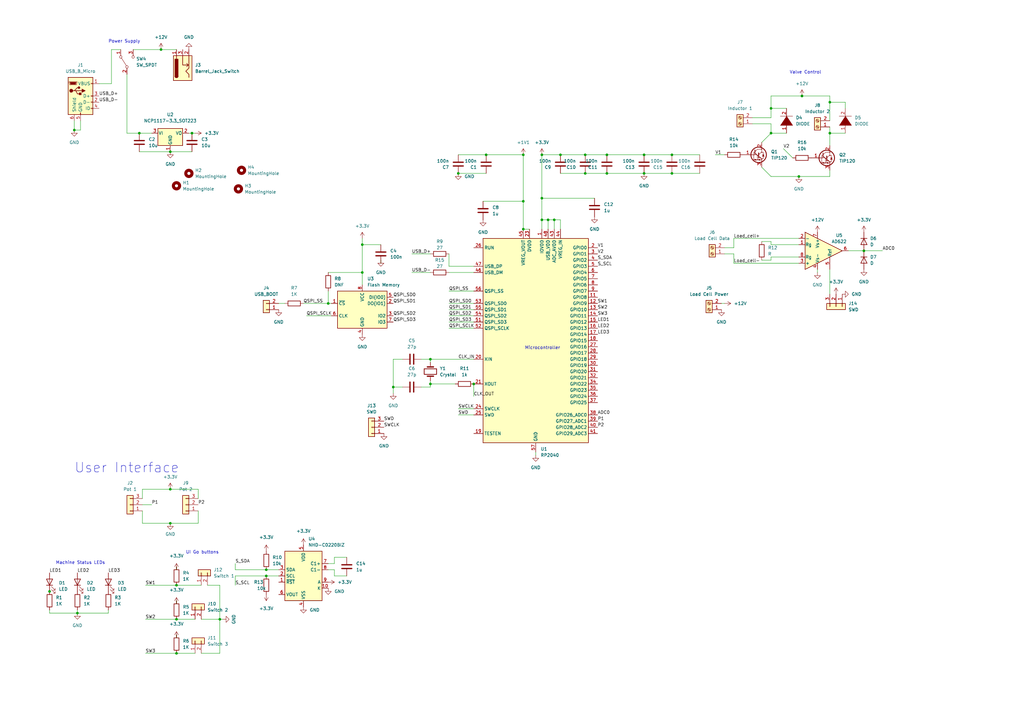
<source format=kicad_sch>
(kicad_sch (version 20211123) (generator eeschema)
  (paper "A3")
  (lib_symbols
    (symbol "Amplifier_Instrumentation:AD620" (pin_names (offset 0.127))
      (property "Reference" "U" (at 3.81 7.62 0))
      (property "Value" "AD620" (at 5.08 5.08 0))
      (symbol "AD620_1_1"
        (pin passive line (at -10.16 2.54 0) (length 2.54) (name "Rg") (number "1"))
        (pin input line (at -10.16 5.08 0) (length 2.54) (name "-") (number "2"))
        (pin input line (at -10.16 -5.08 0) (length 2.54) (name "+") (number "3"))
        (pin power_in line (at -2.54 -7.62 90) (length 2.54) (name "Vs-") (number "4"))
        (pin passive line (at 2.54 -7.62 90) (length 5.08) (name "Ref") (number "5"))
        (pin output line (at 10.16 0 180) (length 2.54) (name "~") (number "6"))
        (pin power_in line (at -2.54 7.62 270) (length 2.54) (name "Vs+") (number "7"))
        (pin passive line (at -10.16 -2.54 0) (length 2.54) (name "Rg") (number "8"))
      )
    )
    (symbol "Connector:Barrel_Jack_Switch" (pin_names hide)
      (property "Reference" "J" (at 0 5.334 0))
      (property "Value" "Barrel_Jack_Switch" (at 0 -5.08 0))
      (symbol "Barrel_Jack_Switch_1_1"
        (pin passive line (at 7.62 2.54 180) (length 2.54) (name "~") (number "1"))
        (pin passive line (at 7.62 -2.54 180) (length 2.54) (name "~") (number "2"))
        (pin passive line (at 7.62 0 180) (length 2.54) (name "~") (number "3"))
      )
    )
    (symbol "Connector:Screw_Terminal_01x02" (pin_names (offset 1.016) hide)
      (property "Reference" "J" (at 0 2.54 0))
      (property "Value" "Screw_Terminal_01x02" (at 0 -5.08 0))
      (symbol "Screw_Terminal_01x02_1_1"
        (pin passive line (at -5.08 0 0) (length 3.81) (name "Pin_1") (number "1"))
        (pin passive line (at -5.08 -2.54 0) (length 3.81) (name "Pin_2") (number "2"))
      )
    )
    (symbol "Connector:USB_B_Micro" (pin_names (offset 1.016))
      (property "Reference" "J" (at -5.08 11.43 0))
      (property "Value" "USB_B_Micro" (at -5.08 8.89 0))
      (symbol "USB_B_Micro_1_1"
        (pin power_out line (at 7.62 5.08 180) (length 2.54) (name "VBUS") (number "1"))
        (pin bidirectional line (at 7.62 -2.54 180) (length 2.54) (name "D-") (number "2"))
        (pin bidirectional line (at 7.62 0 180) (length 2.54) (name "D+") (number "3"))
        (pin passive line (at 7.62 -5.08 180) (length 2.54) (name "ID") (number "4"))
        (pin power_out line (at 0 -10.16 90) (length 2.54) (name "GND") (number "5"))
        (pin passive line (at -2.54 -10.16 90) (length 2.54) (name "Shield") (number "6"))
      )
    )
    (symbol "Connector_Generic:Conn_01x02" (pin_names (offset 1.016) hide)
      (property "Reference" "J" (at 0 2.54 0))
      (property "Value" "Conn_01x02" (at 0 -5.08 0))
      (symbol "Conn_01x02_1_1"
        (pin passive line (at -5.08 0 0) (length 3.81) (name "Pin_1") (number "1"))
        (pin passive line (at -5.08 -2.54 0) (length 3.81) (name "Pin_2") (number "2"))
      )
    )
    (symbol "Connector_Generic:Conn_01x03" (pin_names (offset 1.016) hide)
      (property "Reference" "J" (at 0 5.08 0))
      (property "Value" "Conn_01x03" (at 0 -5.08 0))
      (symbol "Conn_01x03_1_1"
        (pin passive line (at -5.08 2.54 0) (length 3.81) (name "Pin_1") (number "1"))
        (pin passive line (at -5.08 0 0) (length 3.81) (name "Pin_2") (number "2"))
        (pin passive line (at -5.08 -2.54 0) (length 3.81) (name "Pin_3") (number "3"))
      )
    )
    (symbol "Device:C" (pin_numbers hide) (pin_names (offset 0.254))
      (property "Reference" "C" (at 0.635 2.54 0))
      (property "Value" "C" (at 0.635 -2.54 0))
      (symbol "C_1_1"
        (pin passive line (at 0 3.81 270) (length 2.794) (name "~") (number "1"))
        (pin passive line (at 0 -3.81 90) (length 2.794) (name "~") (number "2"))
      )
    )
    (symbol "Device:Crystal" (pin_numbers hide) (pin_names (offset 1.016) hide)
      (property "Reference" "Y" (at 0 3.81 0))
      (property "Value" "Crystal" (at 0 -3.81 0))
      (symbol "Crystal_1_1"
        (pin passive line (at -3.81 0 0) (length 1.27) (name "1") (number "1"))
        (pin passive line (at 3.81 0 180) (length 1.27) (name "2") (number "2"))
      )
    )
    (symbol "Device:D" (pin_numbers hide) (pin_names (offset 1.016) hide)
      (property "Reference" "D" (at 0 2.54 0))
      (property "Value" "D" (at 0 -2.54 0))
      (symbol "D_1_1"
        (pin passive line (at -3.81 0 0) (length 2.54) (name "K") (number "1"))
        (pin passive line (at 3.81 0 180) (length 2.54) (name "A") (number "2"))
      )
    )
    (symbol "Device:LED" (pin_numbers hide) (pin_names (offset 1.016) hide)
      (property "Reference" "D" (at 0 2.54 0))
      (property "Value" "LED" (at 0 -2.54 0))
      (symbol "LED_1_1"
        (pin passive line (at -3.81 0 0) (length 2.54) (name "K") (number "1"))
        (pin passive line (at 3.81 0 180) (length 2.54) (name "A") (number "2"))
      )
    )
    (symbol "Device:R" (pin_numbers hide) (pin_names (offset 0))
      (property "Reference" "R" (at 2.032 0 90))
      (property "Value" "R" (at 0 0 90))
      (symbol "R_1_1"
        (pin passive line (at 0 3.81 270) (length 1.27) (name "~") (number "1"))
        (pin passive line (at 0 -3.81 90) (length 1.27) (name "~") (number "2"))
      )
    )
    (symbol "Display_Character:NHD-C0220BIZ"
      (property "Reference" "U" (at -6.35 11.43 0))
      (property "Value" "NHD-C0220BIZ" (at 8.89 11.43 0))
      (symbol "NHD-C0220BIZ_1_1"
        (pin input line (at -10.16 -2.54 0) (length 2.54) (name "~{RST}") (number "1"))
        (pin passive line (at 10.16 -5.08 180) (length 2.54) (name "K") (number "10"))
        (pin input line (at -10.16 0 0) (length 2.54) (name "SCL") (number "2"))
        (pin bidirectional line (at -10.16 2.54 0) (length 2.54) (name "SDA") (number "3"))
        (pin power_in line (at 0 -12.7 90) (length 2.54) (name "VSS") (number "4"))
        (pin power_in line (at 0 12.7 270) (length 2.54) (name "VDD") (number "5"))
        (pin passive line (at -10.16 -7.62 0) (length 2.54) (name "VOUT") (number "6"))
        (pin passive line (at 10.16 5.08 180) (length 2.54) (name "C1+") (number "7"))
        (pin passive line (at 10.16 2.54 180) (length 2.54) (name "C1-") (number "8"))
        (pin passive line (at 10.16 -2.54 180) (length 2.54) (name "A") (number "9"))
      )
    )
    (symbol "MCU_RaspberryPi:RP2040"
      (property "Reference" "U" (at 17.78 45.72 0))
      (property "Value" "RP2040" (at 17.78 43.18 0))
      (symbol "RP2040_1_1"
        (pin power_in line (at 2.54 45.72 270) (length 3.81) (name "IOVDD") (number "1"))
        (pin passive line (at 2.54 45.72 270) (length 3.81) hide (name "IOVDD") (number "10"))
        (pin bidirectional line (at 25.4 17.78 180) (length 3.81) (name "GPIO8") (number "11"))
        (pin bidirectional line (at 25.4 15.24 180) (length 3.81) (name "GPIO9") (number "12"))
        (pin bidirectional line (at 25.4 12.7 180) (length 3.81) (name "GPIO10") (number "13"))
        (pin bidirectional line (at 25.4 10.16 180) (length 3.81) (name "GPIO11") (number "14"))
        (pin bidirectional line (at 25.4 7.62 180) (length 3.81) (name "GPIO12") (number "15"))
        (pin bidirectional line (at 25.4 5.08 180) (length 3.81) (name "GPIO13") (number "16"))
        (pin bidirectional line (at 25.4 2.54 180) (length 3.81) (name "GPIO14") (number "17"))
        (pin bidirectional line (at 25.4 0 180) (length 3.81) (name "GPIO15") (number "18"))
        (pin input line (at -25.4 -38.1 0) (length 3.81) (name "TESTEN") (number "19"))
        (pin bidirectional line (at 25.4 38.1 180) (length 3.81) (name "GPIO0") (number "2"))
        (pin input line (at -25.4 -7.62 0) (length 3.81) (name "XIN") (number "20"))
        (pin passive line (at -25.4 -17.78 0) (length 3.81) (name "XOUT") (number "21"))
        (pin passive line (at 2.54 45.72 270) (length 3.81) hide (name "IOVDD") (number "22"))
        (pin power_in line (at -2.54 45.72 270) (length 3.81) (name "DVDD") (number "23"))
        (pin output line (at -25.4 -27.94 0) (length 3.81) (name "SWCLK") (number "24"))
        (pin bidirectional line (at -25.4 -30.48 0) (length 3.81) (name "SWD") (number "25"))
        (pin input line (at -25.4 38.1 0) (length 3.81) (name "RUN") (number "26"))
        (pin bidirectional line (at 25.4 -2.54 180) (length 3.81) (name "GPIO16") (number "27"))
        (pin bidirectional line (at 25.4 -5.08 180) (length 3.81) (name "GPIO17") (number "28"))
        (pin bidirectional line (at 25.4 -7.62 180) (length 3.81) (name "GPIO18") (number "29"))
        (pin bidirectional line (at 25.4 35.56 180) (length 3.81) (name "GPIO1") (number "3"))
        (pin bidirectional line (at 25.4 -10.16 180) (length 3.81) (name "GPIO19") (number "30"))
        (pin bidirectional line (at 25.4 -12.7 180) (length 3.81) (name "GPIO20") (number "31"))
        (pin bidirectional line (at 25.4 -15.24 180) (length 3.81) (name "GPIO21") (number "32"))
        (pin passive line (at 2.54 45.72 270) (length 3.81) hide (name "IOVDD") (number "33"))
        (pin bidirectional line (at 25.4 -17.78 180) (length 3.81) (name "GPIO22") (number "34"))
        (pin bidirectional line (at 25.4 -20.32 180) (length 3.81) (name "GPIO23") (number "35"))
        (pin bidirectional line (at 25.4 -22.86 180) (length 3.81) (name "GPIO24") (number "36"))
        (pin bidirectional line (at 25.4 -25.4 180) (length 3.81) (name "GPIO25") (number "37"))
        (pin bidirectional line (at 25.4 -30.48 180) (length 3.81) (name "GPIO26_ADC0") (number "38"))
        (pin bidirectional line (at 25.4 -33.02 180) (length 3.81) (name "GPIO27_ADC1") (number "39"))
        (pin bidirectional line (at 25.4 33.02 180) (length 3.81) (name "GPIO2") (number "4"))
        (pin bidirectional line (at 25.4 -35.56 180) (length 3.81) (name "GPIO28_ADC2") (number "40"))
        (pin bidirectional line (at 25.4 -38.1 180) (length 3.81) (name "GPIO29_ADC3") (number "41"))
        (pin passive line (at 2.54 45.72 270) (length 3.81) hide (name "IOVDD") (number "42"))
        (pin power_in line (at 7.62 45.72 270) (length 3.81) (name "ADC_AVDD") (number "43"))
        (pin power_in line (at 10.16 45.72 270) (length 3.81) (name "VREG_IN") (number "44"))
        (pin power_out line (at -5.08 45.72 270) (length 3.81) (name "VREG_VOUT") (number "45"))
        (pin bidirectional line (at -25.4 27.94 0) (length 3.81) (name "USB_DM") (number "46"))
        (pin bidirectional line (at -25.4 30.48 0) (length 3.81) (name "USB_DP") (number "47"))
        (pin power_in line (at 5.08 45.72 270) (length 3.81) (name "USB_VDD") (number "48"))
        (pin passive line (at 2.54 45.72 270) (length 3.81) hide (name "IOVDD") (number "49"))
        (pin bidirectional line (at 25.4 30.48 180) (length 3.81) (name "GPIO3") (number "5"))
        (pin passive line (at -2.54 45.72 270) (length 3.81) hide (name "DVDD") (number "50"))
        (pin bidirectional line (at -25.4 7.62 0) (length 3.81) (name "QSPI_SD3") (number "51"))
        (pin output line (at -25.4 5.08 0) (length 3.81) (name "QSPI_SCLK") (number "52"))
        (pin bidirectional line (at -25.4 15.24 0) (length 3.81) (name "QSPI_SD0") (number "53"))
        (pin bidirectional line (at -25.4 10.16 0) (length 3.81) (name "QSPI_SD2") (number "54"))
        (pin bidirectional line (at -25.4 12.7 0) (length 3.81) (name "QSPI_SD1") (number "55"))
        (pin bidirectional line (at -25.4 20.32 0) (length 3.81) (name "QSPI_SS") (number "56"))
        (pin power_in line (at 0 -45.72 90) (length 3.81) (name "GND") (number "57"))
        (pin bidirectional line (at 25.4 27.94 180) (length 3.81) (name "GPIO4") (number "6"))
        (pin bidirectional line (at 25.4 25.4 180) (length 3.81) (name "GPIO5") (number "7"))
        (pin bidirectional line (at 25.4 22.86 180) (length 3.81) (name "GPIO6") (number "8"))
        (pin bidirectional line (at 25.4 20.32 180) (length 3.81) (name "GPIO7") (number "9"))
      )
    )
    (symbol "Mechanical:MountingHole" (pin_names (offset 1.016))
      (property "Reference" "H" (at 0 5.08 0))
      (property "Value" "MountingHole" (at 0 3.175 0))
    )
    (symbol "Memory_Flash:W25Q32JVSS"
      (property "Reference" "U" (at -8.89 8.89 0))
      (property "Value" "W25Q32JVSS" (at 7.62 8.89 0))
      (symbol "W25Q32JVSS_1_1"
        (pin input line (at -12.7 2.54 0) (length 2.54) (name "~{CS}") (number "1"))
        (pin bidirectional line (at 12.7 2.54 180) (length 2.54) (name "DO(IO1)") (number "2"))
        (pin bidirectional line (at 12.7 -2.54 180) (length 2.54) (name "IO2") (number "3"))
        (pin power_in line (at 0 -10.16 90) (length 2.54) (name "GND") (number "4"))
        (pin bidirectional line (at 12.7 5.08 180) (length 2.54) (name "DI(IO0)") (number "5"))
        (pin input line (at -12.7 -2.54 0) (length 2.54) (name "CLK") (number "6"))
        (pin bidirectional line (at 12.7 -5.08 180) (length 2.54) (name "IO3") (number "7"))
        (pin power_in line (at 0 10.16 270) (length 2.54) (name "VCC") (number "8"))
      )
    )
    (symbol "Regulator_Linear:NCP1117-3.3_SOT223" (pin_names (offset 0.254))
      (property "Reference" "U" (at -3.81 3.175 0))
      (property "Value" "NCP1117-3.3_SOT223" (at 0 3.175 0))
      (symbol "NCP1117-3.3_SOT223_1_1"
        (pin power_in line (at 0 -7.62 90) (length 2.54) (name "GND") (number "1"))
        (pin power_out line (at 7.62 0 180) (length 2.54) (name "VO") (number "2"))
        (pin power_in line (at -7.62 0 0) (length 2.54) (name "VI") (number "3"))
      )
    )
    (symbol "Switch:SW_SPDT" (pin_names (offset 0) hide)
      (property "Reference" "SW" (at 0 4.318 0))
      (property "Value" "SW_SPDT" (at 0 -5.08 0))
      (symbol "SW_SPDT_1_1"
        (pin passive line (at 5.08 2.54 180) (length 2.54) (name "A") (number "1"))
        (pin passive line (at -5.08 0 0) (length 2.54) (name "B") (number "2"))
        (pin passive line (at 5.08 -2.54 180) (length 2.54) (name "C") (number "3"))
      )
    )
    (symbol "Transistor_BJT:TIP120" (pin_names (offset 0) hide)
      (property "Reference" "Q" (at 5.08 1.905 0))
      (property "Value" "TIP120" (at 5.08 0 0))
      (symbol "TIP120_1_1"
        (pin input line (at -5.08 0 0) (length 3.81) (name "B") (number "1"))
        (pin passive line (at 2.54 5.08 270) (length 2.667) (name "C") (number "2"))
        (pin passive line (at 2.54 -5.08 90) (length 2.54) (name "E") (number "3"))
      )
    )
    (symbol "power:+12V" (power) (pin_names (offset 0))
      (property "Value" "+12V" (at 0 3.556 0))
      (symbol "+12V_1_1"
        (pin power_in line (at 0 0 90) (length 0) hide (name "+12V") (number "1"))
      )
    )
    (symbol "power:+1V1" (power) (pin_names (offset 0))
      (property "Value" "+1.1V" (at 0 5.08 0))
      (symbol "+1V1_1_1"
        (pin power_in line (at 0 0 90) (length 0) hide (name "+1V1") (number "1"))
      )
    )
    (symbol "power:+3.3V" (power) (pin_names (offset 0))
      (property "Value" "+3.3V" (at 0 3.556 0))
      (symbol "+3.3V_1_1"
        (pin power_in line (at 0 0 90) (length 0) hide (name "+3.3V") (number "1"))
      )
    )
    (symbol "power:GND" (power) (pin_names (offset 0))
      (property "Value" "GND" (at 0 -3.81 0))
      (symbol "GND_1_1"
        (pin power_in line (at 0 0 270) (length 0) hide (name "GND") (number "1"))
      )
    )
    (symbol "pspice:DIODE" (pin_names (offset 1.016) hide)
      (property "Reference" "D" (at 0 3.81 0))
      (property "Value" "DIODE" (at 0 -4.445 0))
      (symbol "DIODE_1_1"
        (pin input line (at -5.08 0 0) (length 3.81) (name "K") (number "1"))
        (pin input line (at 5.08 0 180) (length 3.81) (name "A") (number "2"))
      )
    )
  )
  (junction (at 248.92 71.12))
  (junction (at 194.31 157.48))
  (junction (at 69.85 214.63))
  (junction (at 187.96 71.12))
  (junction (at 176.53 157.48))
  (junction (at 69.85 62.23))
  (junction (at 240.03 71.12))
  (junction (at 31.75 251.46))
  (junction (at 316.23 54.61))
  (junction (at 229.87 63.5))
  (junction (at 214.63 93.98))
  (junction (at 148.59 100.33))
  (junction (at 222.25 63.5))
  (junction (at 30.48 53.34))
  (junction (at 90.17 254))
  (junction (at 109.22 236.22))
  (junction (at 134.62 124.46))
  (junction (at 240.03 63.5))
  (junction (at 72.39 254))
  (junction (at 275.59 71.12))
  (junction (at 264.16 71.12))
  (junction (at 161.29 158.75))
  (junction (at 109.22 233.68))
  (junction (at 340.36 54.61))
  (junction (at 72.39 267.97))
  (junction (at 222.25 90.17))
  (junction (at 176.53 147.32))
  (junction (at 20.32 242.57))
  (junction (at 214.63 82.55))
  (junction (at 72.39 240.03))
  (junction (at 354.33 102.87))
  (junction (at 66.04 20.32))
  (junction (at 328.93 39.37))
  (junction (at 248.92 63.5))
  (junction (at 69.85 200.66))
  (junction (at 199.39 63.5))
  (junction (at 57.15 54.61))
  (junction (at 340.36 41.91))
  (junction (at 78.74 54.61))
  (junction (at 264.16 63.5))
  (junction (at 275.59 63.5))
  (junction (at 148.59 111.76))
  (junction (at 222.25 81.28))
  (junction (at 316.23 44.45))
  (junction (at 227.33 90.17))
  (junction (at 327.66 72.39))
  (junction (at 214.63 63.5))
  (junction (at 224.79 90.17))
  (wire (pts (xy 176.53 158.75) (xy 176.53 157.48)))
  (wire (pts (xy 109.22 236.22) (xy 96.52 236.22)))
  (wire (pts (xy 96.52 233.68) (xy 109.22 233.68)))
  (wire (pts (xy 124.46 124.46) (xy 134.62 124.46)))
  (wire (pts (xy 134.62 124.46) (xy 135.89 124.46)))
  (wire (pts (xy 222.25 81.28) (xy 222.25 90.17)))
  (wire (pts (xy 229.87 71.12) (xy 240.03 71.12)))
  (wire (pts (xy 66.04 20.32) (xy 54.61 20.32)))
  (wire (pts (xy 316.23 44.45) (xy 322.58 44.45)))
  (wire (pts (xy 340.36 41.91) (xy 346.71 41.91)))
  (wire (pts (xy 59.69 254) (xy 72.39 254)))
  (wire (pts (xy 327.66 105.41) (xy 316.23 105.41)))
  (wire (pts (xy 187.96 167.64) (xy 194.31 167.64)))
  (wire (pts (xy 297.18 104.14) (xy 300.99 104.14)))
  (wire (pts (xy 222.25 63.5) (xy 222.25 81.28)))
  (wire (pts (xy 176.53 157.48) (xy 186.69 157.48)))
  (wire (pts (xy 90.17 240.03) (xy 90.17 254)))
  (wire (pts (xy 214.63 93.98) (xy 217.17 93.98)))
  (wire (pts (xy 82.55 254) (xy 90.17 254)))
  (wire (pts (xy 90.17 254) (xy 91.44 254)))
  (wire (pts (xy 57.15 62.23) (xy 69.85 62.23)))
  (wire (pts (xy 58.42 209.55) (xy 58.42 214.63)))
  (wire (pts (xy 45.72 20.32) (xy 49.53 20.32)))
  (wire (pts (xy 184.15 119.38) (xy 194.31 119.38)))
  (wire (pts (xy 340.36 39.37) (xy 340.36 41.91)))
  (wire (pts (xy 72.39 240.03) (xy 82.55 240.03)))
  (wire (pts (xy 31.75 251.46) (xy 44.45 251.46)))
  (wire (pts (xy 264.16 71.12) (xy 275.59 71.12)))
  (wire (pts (xy 57.15 54.61) (xy 62.23 54.61)))
  (wire (pts (xy 316.23 48.26) (xy 308.61 48.26)))
  (wire (pts (xy 316.23 44.45) (xy 316.23 48.26)))
  (wire (pts (xy 31.75 250.19) (xy 31.75 251.46)))
  (wire (pts (xy 340.36 52.07) (xy 340.36 54.61)))
  (wire (pts (xy 72.39 254) (xy 80.01 254)))
  (wire (pts (xy 275.59 63.5) (xy 287.02 63.5)))
  (wire (pts (xy 340.36 110.49) (xy 340.36 120.65)))
  (wire (pts (xy 96.52 236.22) (xy 96.52 240.03)))
  (wire (pts (xy 312.42 68.58) (xy 316.23 72.39)))
  (wire (pts (xy 347.98 102.87) (xy 354.33 102.87)))
  (wire (pts (xy 168.91 104.14) (xy 176.53 104.14)))
  (wire (pts (xy 82.55 267.97) (xy 90.17 267.97)))
  (wire (pts (xy 340.36 41.91) (xy 340.36 49.53)))
  (wire (pts (xy 300.99 104.14) (xy 300.99 107.95)))
  (wire (pts (xy 59.69 240.03) (xy 72.39 240.03)))
  (wire (pts (xy 165.1 147.32) (xy 161.29 147.32)))
  (wire (pts (xy 109.22 233.68) (xy 114.3 233.68)))
  (wire (pts (xy 134.62 233.68) (xy 137.16 233.68)))
  (wire (pts (xy 66.04 20.32) (xy 72.39 20.32)))
  (wire (pts (xy 184.15 132.08) (xy 194.31 132.08)))
  (wire (pts (xy 316.23 44.45) (xy 316.23 39.37)))
  (wire (pts (xy 58.42 214.63) (xy 69.85 214.63)))
  (wire (pts (xy 69.85 214.63) (xy 81.28 214.63)))
  (wire (pts (xy 134.62 231.14) (xy 137.16 231.14)))
  (wire (pts (xy 148.59 100.33) (xy 156.21 100.33)))
  (wire (pts (xy 300.99 107.95) (xy 327.66 107.95)))
  (wire (pts (xy 52.07 30.48) (xy 52.07 54.61)))
  (wire (pts (xy 156.21 106.68) (xy 156.21 107.95)))
  (wire (pts (xy 184.15 127) (xy 194.31 127)))
  (wire (pts (xy 240.03 63.5) (xy 248.92 63.5)))
  (wire (pts (xy 90.17 267.97) (xy 90.17 254)))
  (wire (pts (xy 316.23 105.41) (xy 316.23 106.68)))
  (wire (pts (xy 248.92 63.5) (xy 264.16 63.5)))
  (wire (pts (xy 316.23 50.8) (xy 308.61 50.8)))
  (wire (pts (xy 219.71 186.69) (xy 219.71 185.42)))
  (wire (pts (xy 194.31 162.56) (xy 194.31 157.48)))
  (wire (pts (xy 199.39 63.5) (xy 214.63 63.5)))
  (wire (pts (xy 248.92 71.12) (xy 264.16 71.12)))
  (wire (pts (xy 72.39 232.41) (xy 72.39 233.68)))
  (wire (pts (xy 264.16 63.5) (xy 275.59 63.5)))
  (wire (pts (xy 148.59 100.33) (xy 148.59 111.76)))
  (wire (pts (xy 316.23 39.37) (xy 328.93 39.37)))
  (wire (pts (xy 33.02 49.53) (xy 33.02 53.34)))
  (wire (pts (xy 316.23 54.61) (xy 322.58 54.61)))
  (wire (pts (xy 72.39 260.35) (xy 72.39 261.62)))
  (wire (pts (xy 137.16 228.6) (xy 142.24 228.6)))
  (wire (pts (xy 161.29 158.75) (xy 165.1 158.75)))
  (wire (pts (xy 346.71 41.91) (xy 346.71 44.45)))
  (wire (pts (xy 187.96 63.5) (xy 199.39 63.5)))
  (wire (pts (xy 85.09 240.03) (xy 90.17 240.03)))
  (wire (pts (xy 184.15 129.54) (xy 194.31 129.54)))
  (wire (pts (xy 214.63 63.5) (xy 214.63 82.55)))
  (wire (pts (xy 30.48 49.53) (xy 30.48 53.34)))
  (wire (pts (xy 114.3 124.46) (xy 116.84 124.46)))
  (wire (pts (xy 229.87 90.17) (xy 227.33 90.17)))
  (wire (pts (xy 78.74 54.61) (xy 77.47 54.61)))
  (wire (pts (xy 316.23 72.39) (xy 327.66 72.39)))
  (wire (pts (xy 316.23 99.06) (xy 312.42 99.06)))
  (wire (pts (xy 327.66 72.39) (xy 340.36 72.39)))
  (wire (pts (xy 229.87 90.17) (xy 229.87 93.98)))
  (wire (pts (xy 340.36 69.85) (xy 340.36 72.39)))
  (wire (pts (xy 224.79 90.17) (xy 222.25 90.17)))
  (wire (pts (xy 45.72 20.32) (xy 45.72 34.29)))
  (wire (pts (xy 227.33 90.17) (xy 224.79 90.17)))
  (wire (pts (xy 354.33 102.87) (xy 361.95 102.87)))
  (wire (pts (xy 137.16 231.14) (xy 137.16 228.6)))
  (wire (pts (xy 148.59 97.79) (xy 148.59 100.33)))
  (wire (pts (xy 335.28 111.76) (xy 335.28 110.49)))
  (wire (pts (xy 214.63 82.55) (xy 214.63 93.98)))
  (wire (pts (xy 184.15 111.76) (xy 194.31 111.76)))
  (wire (pts (xy 297.18 101.6) (xy 300.99 101.6)))
  (wire (pts (xy 137.16 233.68) (xy 137.16 236.22)))
  (wire (pts (xy 44.45 251.46) (xy 44.45 250.19)))
  (wire (pts (xy 295.91 124.46) (xy 297.18 124.46)))
  (wire (pts (xy 134.62 119.38) (xy 134.62 124.46)))
  (wire (pts (xy 224.79 93.98) (xy 224.79 90.17)))
  (wire (pts (xy 161.29 147.32) (xy 161.29 158.75)))
  (wire (pts (xy 69.85 62.23) (xy 78.74 62.23)))
  (wire (pts (xy 327.66 100.33) (xy 316.23 100.33)))
  (wire (pts (xy 20.32 251.46) (xy 31.75 251.46)))
  (wire (pts (xy 168.91 111.76) (xy 176.53 111.76)))
  (wire (pts (xy 80.01 54.61) (xy 78.74 54.61)))
  (wire (pts (xy 69.85 200.66) (xy 81.28 200.66)))
  (wire (pts (xy 176.53 147.32) (xy 176.53 148.59)))
  (wire (pts (xy 58.42 207.01) (xy 62.23 207.01)))
  (wire (pts (xy 222.25 81.28) (xy 243.84 81.28)))
  (wire (pts (xy 293.37 63.5) (xy 297.18 63.5)))
  (wire (pts (xy 125.73 129.54) (xy 135.89 129.54)))
  (wire (pts (xy 40.64 34.29) (xy 45.72 34.29)))
  (wire (pts (xy 187.96 170.18) (xy 194.31 170.18)))
  (wire (pts (xy 96.52 233.68) (xy 96.52 231.14)))
  (wire (pts (xy 52.07 54.61) (xy 57.15 54.61)))
  (wire (pts (xy 316.23 50.8) (xy 316.23 54.61)))
  (wire (pts (xy 300.99 101.6) (xy 300.99 97.79)))
  (wire (pts (xy 20.32 242.57) (xy 20.32 242.5959)))
  (wire (pts (xy 72.39 246.38) (xy 72.39 247.65)))
  (wire (pts (xy 20.32 250.19) (xy 20.32 251.46)))
  (wire (pts (xy 81.28 200.66) (xy 81.28 204.47)))
  (wire (pts (xy 300.99 97.79) (xy 327.66 97.79)))
  (wire (pts (xy 134.62 111.76) (xy 148.59 111.76)))
  (wire (pts (xy 321.31 60.96) (xy 325.12 64.77)))
  (wire (pts (xy 229.87 63.5) (xy 240.03 63.5)))
  (wire (pts (xy 240.03 71.12) (xy 248.92 71.12)))
  (wire (pts (xy 340.36 54.61) (xy 340.36 59.69)))
  (wire (pts (xy 58.42 200.66) (xy 69.85 200.66)))
  (wire (pts (xy 137.16 236.22) (xy 142.24 236.22)))
  (wire (pts (xy 199.39 71.12) (xy 187.96 71.12)))
  (wire (pts (xy 161.29 158.75) (xy 161.29 161.29)))
  (wire (pts (xy 81.28 209.55) (xy 81.28 214.63)))
  (wire (pts (xy 58.42 200.66) (xy 58.42 204.47)))
  (wire (pts (xy 316.23 54.61) (xy 312.42 58.42)))
  (wire (pts (xy 148.59 111.76) (xy 148.59 116.84)))
  (wire (pts (xy 328.93 39.37) (xy 340.36 39.37)))
  (wire (pts (xy 184.15 104.14) (xy 184.15 109.22)))
  (wire (pts (xy 176.53 147.32) (xy 194.31 147.32)))
  (wire (pts (xy 198.12 82.55) (xy 214.63 82.55)))
  (wire (pts (xy 172.72 158.75) (xy 176.53 158.75)))
  (wire (pts (xy 172.72 147.32) (xy 176.53 147.32)))
  (wire (pts (xy 275.59 71.12) (xy 287.02 71.12)))
  (wire (pts (xy 176.53 157.48) (xy 176.53 156.21)))
  (wire (pts (xy 316.23 100.33) (xy 316.23 99.06)))
  (wire (pts (xy 33.02 53.34) (xy 30.48 53.34)))
  (wire (pts (xy 114.3 236.22) (xy 109.22 236.22)))
  (wire (pts (xy 184.15 124.46) (xy 194.31 124.46)))
  (wire (pts (xy 59.69 267.97) (xy 72.39 267.97)))
  (wire (pts (xy 72.39 267.97) (xy 80.01 267.97)))
  (wire (pts (xy 312.42 106.68) (xy 316.23 106.68)))
  (wire (pts (xy 227.33 93.98) (xy 227.33 90.17)))
  (wire (pts (xy 222.25 63.5) (xy 229.87 63.5)))
  (wire (pts (xy 184.15 109.22) (xy 194.31 109.22)))
  (wire (pts (xy 340.36 54.61) (xy 346.71 54.61)))
  (wire (pts (xy 222.25 90.17) (xy 222.25 93.98)))
  (wire (pts (xy 184.15 134.62) (xy 194.31 134.62)))
  (text "Machine Status LEDs\n\n" (at 22.86 233.68 0) (effects (font (size 1.27 1.27)) (justify left bottom)))
  (text "Microcontroller\n" (at 215.265 143.51 0) (effects (font (size 1.27 1.27)) (justify left bottom)))
  (text "Power Supply\n" (at 44.45 17.78 0) (effects (font (size 1.27 1.27)) (justify left bottom)))
  (text "Valve Control\n" (at 323.85 30.48 0) (effects (font (size 1.27 1.27)) (justify left bottom)))
  (text "User Interface\n" (at 30.48 194.31 0) (effects (font (size 4 4)) (justify left bottom)))
  (text "UI Go buttons\n" (at 76.2 227.33 0) (effects (font (size 1.27 1.27)) (justify left bottom)))
  (label "QSPI_SS" (at 184.15 119.38 0))
  (label "P2" (at 81.28 207.01 0))
  (label "USB_D+" (at 168.91 104.14 0))
  (label "SW2" (at 245.11 127 0))
  (label "P1" (at 62.23 207.01 0))
  (label "S_SCL" (at 245.11 109.22 0))
  (label "QSPI_SD3" (at 161.29 132.08 0))
  (label "SWD" (at 187.96 170.18 0))
  (label "LED3" (at 44.45 234.95 0))
  (label "SW1" (at 245.11 124.46 0))
  (label "QSPI_SD1" (at 184.15 127 0))
  (label "QSPI_SD3" (at 184.15 132.08 0))
  (label "P1" (at 245.11 172.72 0))
  (label "V1" (at 293.37 63.5 0))
  (label "LED3" (at 245.11 137.16 0))
  (label "QSPI_SCLK" (at 125.73 129.54 0))
  (label "SW2" (at 59.69 254 0))
  (label "CLK_IN" (at 187.96 147.32 0))
  (label "LED1" (at 20.32 234.95 0))
  (label "V2" (at 321.31 60.96 0))
  (label "Load_cell-" (at 300.99 107.95 0))
  (label "SW3" (at 245.11 129.54 0))
  (label "QSPI_SD0" (at 161.29 121.92 0))
  (label "LED1" (at 245.11 132.08 0))
  (label "QSPI_SD2" (at 184.15 129.54 0))
  (label "USB_D+" (at 40.64 39.37 0))
  (label "SWCLK" (at 157.48 175.26 0))
  (label "SWD" (at 157.48 172.72 0))
  (label "QSPI_SD0" (at 184.15 124.46 0))
  (label "QSPI_SD2" (at 161.29 129.54 0))
  (label "Load_cell+" (at 300.99 97.79 0))
  (label "QSPI_SS" (at 124.46 124.46 0))
  (label "LED2" (at 245.11 134.62 0))
  (label "QSPI_SD1" (at 161.29 124.46 0))
  (label "USB_D-" (at 40.64 41.91 0))
  (label "LED2" (at 31.75 234.95 0))
  (label "S_SDA" (at 96.52 231.14 0))
  (label "ADC0" (at 361.95 102.87 0))
  (label "SW1" (at 59.69 240.03 0))
  (label "USB_D-" (at 168.91 111.76 0))
  (label "SWCLK" (at 187.96 167.64 0))
  (label "S_SDA" (at 245.11 106.68 0))
  (label "QSPI_SCLK" (at 184.15 134.62 0))
  (label "V2" (at 245.11 104.14 0))
  (label "S_SCL" (at 96.52 240.03 0))
  (label "P2" (at 245.11 175.26 0))
  (label "SW3" (at 59.69 267.97 0))
  (label "CLK_OUT" (at 194.31 162.56 0))
  (label "V1" (at 245.11 101.6 0))
  (label "ADC0" (at 245.11 170.18 0))
  (symbol (lib_id "power:+12V") (at 297.18 124.46 270) (unit 1)
    (property "Reference" "#PWR0136" (effects hide))
    (property "Value" "+12V" (at 300.99 124.4599 90) (effects (justify left)))
  )
  (symbol (lib_id "Device:C") (at 187.96 67.31 180) (unit 1)
    (property "Reference" "C7" (at 184.15 68.5801 0) (effects (justify left)))
    (property "Value" "100n" (at 184.15 66.0401 0) (effects (justify left)))
    (property "Footprint" "Capacitor_SMD:C_0402_1005Metric" (effects hide))
  )
  (symbol (lib_id "Device:D") (at 354.33 99.06 270) (unit 1)
    (property "Reference" "D6" (at 356.87 97.7899 90) (effects (justify left)))
    (property "Value" "D" (at 356.87 100.3299 90) (effects (justify left)))
    (property "Footprint" "Diode_THT:D_5W_P5.08mm_Vertical_AnodeUp" (effects hide))
  )
  (symbol (lib_id "power:+3.3V") (at 134.62 238.76 270) (unit 1)
    (property "Reference" "#PWR0111" (effects hide))
    (property "Value" "+3.3V" (at 138.43 238.7599 90) (effects (justify left)))
  )
  (symbol (lib_id "power:GND") (at 114.3 127 0) (unit 1)
    (property "Reference" "#PWR0120" (effects hide))
    (property "Value" "GND" (at 114.3 132.08 0))
  )
  (symbol (lib_id "Device:R") (at 20.32 246.38 180) (unit 1)
    (property "Reference" "R1" (at 22.86 245.1099 0) (effects (justify right)))
    (property "Value" "1K" (at 22.86 247.6499 0) (effects (justify right)))
    (property "Footprint" "Resistor_SMD:R_0201_0603Metric" (effects hide))
  )
  (symbol (lib_id "Device:R") (at 109.22 240.03 180) (unit 1)
    (property "Reference" "R13" (at 104.14 238.76 0) (effects (justify right)))
    (property "Value" "10k" (at 105.41 241.3 0) (effects (justify right)))
    (property "Footprint" "Resistor_SMD:R_0201_0603Metric" (effects hide))
  )
  (symbol (lib_id "power:GND") (at 156.21 106.68 0) (unit 1)
    (property "Reference" "#PWR0114" (effects hide))
    (property "Value" "GND" (at 156.21 111.76 0))
  )
  (symbol (lib_id "Device:LED") (at 20.32 238.76 90) (unit 1)
    (property "Reference" "D1" (at 24.13 239.0774 90) (effects (justify right)))
    (property "Value" "LED" (at 24.13 241.6174 90) (effects (justify right)))
    (property "Footprint" "LED_THT:LED_D3.0mm" (effects hide))
  )
  (symbol (lib_id "Amplifier_Instrumentation:AD620") (at 337.82 102.87 0) (unit 1)
    (property "Reference" "U5" (at 344.17 96.52 0))
    (property "Value" "AD622" (at 344.17 99.06 0))
    (property "Footprint" "Amplifier_Instrumentation:AD622" (effects hide))
    (property "Datasheet" "https://www.analog.com/media/en/technical-documentation/data-sheets/AD620.pdf" (effects hide))
  )
  (symbol (lib_id "power:GND") (at 30.48 53.34 0) (unit 1)
    (property "Reference" "#PWR0103" (effects hide))
    (property "Value" "GND" (at 30.48 58.42 0))
  )
  (symbol (lib_id "power:+3.3V") (at 72.39 233.68 0) (unit 1)
    (property "Reference" "#PWR0123" (effects hide))
    (property "Value" "+3.3V" (at 72.39 227.965 0))
  )
  (symbol (lib_id "Connector:Screw_Terminal_01x02") (at 335.28 52.07 180) (unit 1)
    (property "Reference" "J8" (at 335.28 43.18 0))
    (property "Value" "Inductor 2" (at 335.28 45.72 0))
    (property "Footprint" "TerminalBlock:TerminalBlock_Altech_AK300-2_P5.00mm" (effects hide))
  )
  (symbol (lib_id "power:GND") (at 327.66 72.39 0) (unit 1)
    (property "Reference" "#PWR0129" (effects hide))
    (property "Value" "GND" (at 327.66 77.47 0))
  )
  (symbol (lib_id "Regulator_Linear:NCP1117-3.3_SOT223") (at 69.85 54.61 0) (unit 1)
    (property "Reference" "U2" (at 69.85 46.99 0))
    (property "Value" "NCP1117-3.3_SOT223" (at 69.85 49.53 0))
    (property "Footprint" "Package_TO_SOT_SMD:SOT-223-3_TabPin2" (effects hide))
    (property "Datasheet" "http://www.onsemi.com/pub_link/Collateral/NCP1117-D.PDF" (effects hide))
  )
  (symbol (lib_id "Connector_Generic:Conn_01x02") (at 82.55 234.95 90) (unit 1)
    (property "Reference" "J12" (at 87.63 233.6799 90) (effects (justify right)))
    (property "Value" "Switch 1" (at 87.63 236.2199 90) (effects (justify right)))
    (property "Footprint" "Connector_JST:JST_XH_B2B-XH-AM_1x02_P2.50mm_Vertical" (effects hide))
  )
  (symbol (lib_id "power:+3.3V") (at 354.33 95.25 0) (unit 1)
    (property "Reference" "#PWR0127" (effects hide))
    (property "Value" "+3.3V" (at 354.33 90.17 0))
  )
  (symbol (lib_id "power:+12V") (at 335.28 95.25 0) (unit 1)
    (property "Reference" "#PWR0125" (effects hide))
    (property "Value" "+12V" (at 335.28 90.17 0))
  )
  (symbol (lib_id "pspice:DIODE") (at 346.71 49.53 90) (unit 1)
    (property "Reference" "D5" (at 350.52 48.2599 90) (effects (justify right)))
    (property "Value" "DIODE" (at 350.52 50.7999 90) (effects (justify right)))
    (property "Footprint" "Diode_THT:D_5W_P5.08mm_Vertical_AnodeUp" (effects hide))
  )
  (symbol (lib_id "Connector_Generic:Conn_01x02") (at 109.22 127 180) (unit 1)
    (property "Reference" "J4" (at 109.22 118.11 0))
    (property "Value" "USB_BOOT" (at 109.22 120.65 0))
    (property "Footprint" "Connector:JWT_A3963_1x02_P3.96mm_Vertical" (effects hide))
  )
  (symbol (lib_id "Connector_Generic:Conn_01x03") (at 342.9 125.73 270) (unit 1)
    (property "Reference" "J14" (at 347.98 124.4599 90) (effects (justify left)))
    (property "Value" "SWD" (at 347.98 126.9999 90) (effects (justify left)))
    (property "Footprint" "Connector_JST:JST_XH_B3B-XH-AM_1x03_P2.50mm_Vertical" (effects hide))
  )
  (symbol (lib_id "Device:C") (at 248.92 67.31 180) (unit 1)
    (property "Reference" "C11" (at 245.11 68.5801 0) (effects (justify left)))
    (property "Value" "100n" (at 245.11 66.0401 0) (effects (justify left)))
    (property "Footprint" "Capacitor_SMD:C_0402_1005Metric" (effects hide))
  )
  (symbol (lib_id "Device:R") (at 72.39 236.22 180) (unit 1)
    (property "Reference" "R4" (at 74.93 234.9499 0) (effects (justify right)))
    (property "Value" "1K" (at 74.93 237.4899 0) (effects (justify right)))
    (property "Footprint" "Resistor_SMD:R_0201_0603Metric" (effects hide))
  )
  (symbol (lib_id "Device:C") (at 287.02 67.31 180) (unit 1)
    (property "Reference" "C16" (at 283.21 68.5801 0) (effects (justify left)))
    (property "Value" "100n" (at 283.21 66.0401 0) (effects (justify left)))
    (property "Footprint" "Capacitor_SMD:C_0402_1005Metric" (effects hide))
  )
  (symbol (lib_id "Device:R") (at 328.93 64.77 90) (unit 1)
    (property "Reference" "R16" (at 328.93 58.42 90))
    (property "Value" "10k" (at 328.93 60.96 90))
    (property "Footprint" "Resistor_SMD:R_0201_0603Metric" (effects hide))
  )
  (symbol (lib_id "power:+3.3V") (at 72.39 247.65 0) (unit 1)
    (property "Reference" "#PWR0118" (effects hide))
    (property "Value" "+3.3V" (at 72.39 241.935 0))
  )
  (symbol (lib_id "Device:C") (at 264.16 67.31 180) (unit 1)
    (property "Reference" "C13" (at 260.35 68.5801 0) (effects (justify left)))
    (property "Value" "100n" (at 260.35 66.0401 0) (effects (justify left)))
    (property "Footprint" "Capacitor_SMD:C_0402_1005Metric" (effects hide))
  )
  (symbol (lib_id "Device:R") (at 109.22 229.87 0) (unit 1)
    (property "Reference" "R10" (at 111.76 228.5999 0) (effects (justify left)))
    (property "Value" "10k" (at 111.76 231.1399 0) (effects (justify left)))
    (property "Footprint" "Resistor_SMD:R_0201_0603Metric" (effects hide))
  )
  (symbol (lib_id "Mechanical:MountingHole") (at 77.47 71.12 0) (unit 1)
    (property "Reference" "H2" (at 80.01 69.8499 0) (effects (justify left)))
    (property "Value" "MountingHole" (at 80.01 72.3899 0) (effects (justify left)))
    (property "Footprint" "MountingHole:MountingHole_2.1mm" (effects hide))
  )
  (symbol (lib_id "Device:C") (at 168.91 147.32 90) (unit 1)
    (property "Reference" "C5" (at 168.91 139.7 90))
    (property "Value" "27p" (at 168.91 142.24 90))
    (property "Footprint" "Capacitor_SMD:C_0805_2012Metric" (effects hide))
  )
  (symbol (lib_id "power:+1V1") (at 214.63 63.5 0) (unit 1)
    (property "Reference" "#PWR0138" (effects hide))
    (property "Value" "+1.1V" (at 214.63 58.42 0))
  )
  (symbol (lib_id "Device:R") (at 44.45 246.38 180) (unit 1)
    (property "Reference" "R3" (at 46.99 245.1099 0) (effects (justify right)))
    (property "Value" "1K" (at 46.99 247.6499 0) (effects (justify right)))
    (property "Footprint" "Resistor_SMD:R_0201_0603Metric" (effects hide))
  )
  (symbol (lib_id "Connector_Generic:Conn_01x03") (at 53.34 207.01 180) (unit 1)
    (property "Reference" "J2" (at 53.34 198.12 0))
    (property "Value" "Pot 1" (at 53.34 200.66 0))
    (property "Footprint" "Connector_JST:JST_XH_B3B-XH-AM_1x03_P2.50mm_Vertical" (effects hide))
  )
  (symbol (lib_id "Connector:USB_B_Micro") (at 33.02 39.37 0) (unit 1)
    (property "Reference" "J1" (at 33.02 26.67 0))
    (property "Value" "USB_B_Micro" (at 33.02 29.21 0))
    (property "Footprint" "Connector_USB:USB_Micro-AB_Molex_47590-0001" (effects hide))
  )
  (symbol (lib_id "power:GND") (at 69.85 62.23 0) (unit 1)
    (property "Reference" "#PWR0102" (effects hide))
    (property "Value" "GND" (at 69.85 67.31 0))
  )
  (symbol (lib_id "power:GND") (at 243.84 88.9 0) (unit 1)
    (property "Reference" "#PWR0132" (effects hide))
    (property "Value" "GND" (at 243.84 93.98 0))
  )
  (symbol (lib_id "power:GND") (at 69.85 214.63 0) (unit 1)
    (property "Reference" "#PWR0122" (effects hide))
    (property "Value" "GND" (at 69.85 219.075 0))
  )
  (symbol (lib_id "power:+12V") (at 328.93 39.37 0) (unit 1)
    (property "Reference" "#PWR0133" (effects hide))
    (property "Value" "+12V" (at 328.93 34.29 0))
  )
  (symbol (lib_id "Device:R") (at 180.34 111.76 90) (unit 1)
    (property "Reference" "R15" (at 180.34 106.68 90))
    (property "Value" "27" (at 180.34 109.22 90))
    (property "Footprint" "Resistor_SMD:R_0805_2012Metric" (effects hide))
  )
  (symbol (lib_id "Device:C") (at 275.59 67.31 180) (unit 1)
    (property "Reference" "C15" (at 271.78 68.5801 0) (effects (justify left)))
    (property "Value" "100n" (at 271.78 66.0401 0) (effects (justify left)))
    (property "Footprint" "Capacitor_SMD:C_0402_1005Metric" (effects hide))
  )
  (symbol (lib_id "pspice:DIODE") (at 322.58 49.53 90) (unit 1)
    (property "Reference" "D4" (at 326.39 48.2599 90) (effects (justify right)))
    (property "Value" "DIODE" (at 326.39 50.7999 90) (effects (justify right)))
    (property "Footprint" "Diode_THT:D_5W_P5.08mm_Vertical_AnodeUp" (effects hide))
  )
  (symbol (lib_id "Device:R") (at 134.62 115.57 0) (unit 1)
    (property "Reference" "R8" (at 137.16 114.2999 0) (effects (justify left)))
    (property "Value" "DNF" (at 137.16 116.8399 0) (effects (justify left)))
    (property "Footprint" "Resistor_SMD:R_0201_0603Metric" (effects hide))
  )
  (symbol (lib_id "power:GND") (at 295.91 127 0) (unit 1)
    (property "Reference" "#PWR0137" (effects hide))
    (property "Value" "GND" (at 295.91 132.08 0))
  )
  (symbol (lib_id "Device:R") (at 190.5 157.48 90) (unit 1)
    (property "Reference" "R11" (at 190.5 151.13 90))
    (property "Value" "1k" (at 190.5 153.67 90))
    (property "Footprint" "Resistor_SMD:R_0201_0603Metric" (effects hide))
  )
  (symbol (lib_id "power:+3.3V") (at 72.39 261.62 0) (unit 1)
    (property "Reference" "#PWR0117" (effects hide))
    (property "Value" "+3.3V" (at 72.39 255.905 0))
  )
  (symbol (lib_id "power:+3.3V") (at 109.22 243.84 180) (unit 1)
    (property "Reference" "#PWR0112" (effects hide))
    (property "Value" "+3.3V" (at 109.22 249.555 0))
  )
  (symbol (lib_id "Mechanical:MountingHole") (at 97.79 77.47 0) (unit 1)
    (property "Reference" "H3" (at 100.33 76.1999 0) (effects (justify left)))
    (property "Value" "MountingHole" (at 100.33 78.7399 0) (effects (justify left)))
    (property "Footprint" "MountingHole:MountingHole_2.1mm" (effects hide))
  )
  (symbol (lib_id "power:GND") (at 345.44 120.65 90) (unit 1)
    (property "Reference" "#PWR0141" (effects hide))
    (property "Value" "GND" (at 349.25 120.6499 90) (effects (justify right)))
  )
  (symbol (lib_id "Mechanical:MountingHole") (at 99.06 69.85 0) (unit 1)
    (property "Reference" "H4" (at 101.6 68.5799 0) (effects (justify left)))
    (property "Value" "MountingHole" (at 101.6 71.1199 0) (effects (justify left)))
    (property "Footprint" "MountingHole:MountingHole_2.1mm" (effects hide))
  )
  (symbol (lib_id "power:+3.3V") (at 124.46 223.52 0) (unit 1)
    (property "Reference" "#PWR0109" (effects hide))
    (property "Value" "+3.3V" (at 124.46 217.805 0))
  )
  (symbol (lib_id "power:GND") (at 91.44 254 90) (unit 1)
    (property "Reference" "#PWR0107" (effects hide))
    (property "Value" "GND" (at 95.885 254 0))
  )
  (symbol (lib_id "Device:C") (at 243.84 85.09 0) (unit 1)
    (property "Reference" "C12" (at 247.65 83.8199 0) (effects (justify left)))
    (property "Value" "1u" (at 247.65 86.3599 0) (effects (justify left)))
    (property "Footprint" "Capacitor_SMD:C_0201_0603Metric" (effects hide))
  )
  (symbol (lib_id "Device:LED") (at 44.45 238.76 90) (unit 1)
    (property "Reference" "D3" (at 48.26 239.0774 90) (effects (justify right)))
    (property "Value" "LED" (at 48.26 241.6174 90) (effects (justify right)))
    (property "Footprint" "LED_THT:LED_D3.0mm" (effects hide))
  )
  (symbol (lib_id "Connector_Generic:Conn_01x03") (at 76.2 207.01 180) (unit 1)
    (property "Reference" "J9" (at 76.2 198.12 0))
    (property "Value" "Pot 2" (at 76.2 200.66 0))
    (property "Footprint" "Connector_JST:JST_XH_B3B-XH-AM_1x03_P2.50mm_Vertical" (effects hide))
  )
  (symbol (lib_id "power:+3.3V") (at 80.01 54.61 270) (unit 1)
    (property "Reference" "#PWR0105" (effects hide))
    (property "Value" "+3.3V" (at 83.82 54.6099 90) (effects (justify left)))
  )
  (symbol (lib_id "Mechanical:MountingHole") (at 72.39 76.2 0) (unit 1)
    (property "Reference" "H1" (at 74.93 74.9299 0) (effects (justify left)))
    (property "Value" "MountingHole" (at 74.93 77.4699 0) (effects (justify left)))
    (property "Footprint" "MountingHole:MountingHole_2.1mm" (effects hide))
  )
  (symbol (lib_id "Connector_Generic:Conn_01x03") (at 152.4 175.26 180) (unit 1)
    (property "Reference" "J13" (at 152.4 166.37 0))
    (property "Value" "SWD" (at 152.4 168.91 0))
    (property "Footprint" "Connector_JST:JST_XH_B3B-XH-AM_1x03_P2.50mm_Vertical" (effects hide))
  )
  (symbol (lib_id "Display_Character:NHD-C0220BIZ") (at 124.46 236.22 0) (unit 1)
    (property "Reference" "U4" (at 126.4794 220.98 0) (effects (justify left)))
    (property "Value" "NHD-C0220BIZ" (at 126.4794 223.52 0) (effects (justify left)))
    (property "Footprint" "Display:NHD-C0220BiZ" (effects hide))
    (property "Datasheet" "http://www.newhavendisplay.com/specs/NHD-C0220BiZ-FSW-FBW-3V3M.pdf" (effects hide))
  )
  (symbol (lib_id "power:GND") (at 134.62 241.3 0) (unit 1)
    (property "Reference" "#PWR0108" (effects hide))
    (property "Value" "GND" (at 137.16 242.5699 0) (effects (justify left)))
  )
  (symbol (lib_id "Switch:SW_SPDT") (at 52.07 25.4 90) (unit 1)
    (property "Reference" "SW4" (at 55.88 24.1299 90) (effects (justify right)))
    (property "Value" "SW_SPDT" (at 55.88 26.6699 90) (effects (justify right)))
    (property "Footprint" "Button_Switch_SMD:SW_SPDT_CK-JS102011SAQN" (effects hide))
  )
  (symbol (lib_id "Device:R") (at 72.39 264.16 180) (unit 1)
    (property "Reference" "R6" (at 74.93 262.8899 0) (effects (justify right)))
    (property "Value" "1K" (at 74.93 265.4299 0) (effects (justify right)))
    (property "Footprint" "Resistor_SMD:R_0201_0603Metric" (effects hide))
  )
  (symbol (lib_id "power:GND") (at 161.29 161.29 0) (unit 1)
    (property "Reference" "#PWR0119" (effects hide))
    (property "Value" "GND" (at 161.29 166.37 0))
  )
  (symbol (lib_id "Device:C") (at 229.87 67.31 180) (unit 1)
    (property "Reference" "C9" (at 226.06 68.5801 0) (effects (justify left)))
    (property "Value" "100n" (at 226.06 66.0401 0) (effects (justify left)))
    (property "Footprint" "Capacitor_SMD:C_0402_1005Metric" (effects hide))
  )
  (symbol (lib_id "Device:D") (at 354.33 106.68 270) (unit 1)
    (property "Reference" "D7" (at 356.87 105.4099 90) (effects (justify left)))
    (property "Value" "D" (at 356.87 107.9499 90) (effects (justify left)))
    (property "Footprint" "Diode_THT:D_5W_P5.08mm_Vertical_AnodeUp" (effects hide))
  )
  (symbol (lib_id "power:GND") (at 354.33 110.49 0) (unit 1)
    (property "Reference" "#PWR0128" (effects hide))
    (property "Value" "GND" (at 354.33 115.57 0))
  )
  (symbol (lib_id "Device:R") (at 312.42 102.87 180) (unit 1)
    (property "Reference" "R12" (at 314.96 101.5999 0) (effects (justify right)))
    (property "Value" "R" (at 314.96 104.1399 0) (effects (justify right)))
    (property "Footprint" "Resistor_THT:R_Axial_DIN0204_L3.6mm_D1.6mm_P2.54mm_Vertical" (effects hide))
  )
  (symbol (lib_id "Device:R") (at 300.99 63.5 90) (unit 1)
    (property "Reference" "R14" (at 300.99 57.15 90))
    (property "Value" "10k" (at 300.99 59.69 90))
    (property "Footprint" "Resistor_SMD:R_0201_0603Metric" (effects hide))
  )
  (symbol (lib_id "Device:C") (at 168.91 158.75 90) (unit 1)
    (property "Reference" "C6" (at 168.91 151.13 90))
    (property "Value" "27p" (at 168.91 153.67 90))
    (property "Footprint" "Capacitor_SMD:C_0805_2012Metric" (effects hide))
  )
  (symbol (lib_id "power:GND") (at 335.28 111.76 0) (unit 1)
    (property "Reference" "#PWR0126" (effects hide))
    (property "Value" "GND" (at 335.28 116.84 0))
  )
  (symbol (lib_id "Device:C") (at 142.24 232.41 0) (unit 1)
    (property "Reference" "C14" (at 146.05 231.1399 0) (effects (justify left)))
    (property "Value" "1u" (at 146.05 233.6799 0) (effects (justify left)))
    (property "Footprint" "Capacitor_SMD:C_0201_0603Metric" (effects hide))
  )
  (symbol (lib_id "power:GND") (at 198.12 90.17 0) (unit 1)
    (property "Reference" "#PWR0134" (effects hide))
    (property "Value" "GND" (at 198.12 95.25 0))
  )
  (symbol (lib_id "power:GND") (at 148.59 137.16 0) (unit 1)
    (property "Reference" "#PWR0121" (effects hide))
    (property "Value" "GND" (at 148.59 142.24 0))
  )
  (symbol (lib_id "power:+3.3V") (at 69.85 200.66 0) (unit 1)
    (property "Reference" "#PWR0124" (effects hide))
    (property "Value" "+3.3V" (at 69.85 195.58 0))
  )
  (symbol (lib_id "power:+3.3V") (at 109.22 226.06 0) (unit 1)
    (property "Reference" "#PWR0106" (effects hide))
    (property "Value" "+3.3V" (at 109.22 220.345 0))
  )
  (symbol (lib_id "power:GND") (at 187.96 71.12 0) (unit 1)
    (property "Reference" "#PWR0113" (effects hide))
    (property "Value" "GND" (at 190.5 72.3899 0) (effects (justify left)))
  )
  (symbol (lib_id "Device:R") (at 120.65 124.46 90) (unit 1)
    (property "Reference" "R7" (at 120.65 118.11 90))
    (property "Value" "1K" (at 120.65 120.65 90))
    (property "Footprint" "Resistor_SMD:R_0201_0603Metric" (effects hide))
  )
  (symbol (lib_id "power:GND") (at 124.46 248.92 0) (unit 1)
    (property "Reference" "#PWR0110" (effects hide))
    (property "Value" "GND" (at 127 250.1899 0) (effects (justify left)))
  )
  (symbol (lib_id "Device:Crystal") (at 176.53 152.4 90) (unit 1)
    (property "Reference" "Y1" (at 180.34 151.1299 90) (effects (justify right)))
    (property "Value" "Crystal" (at 180.34 153.6699 90) (effects (justify right)))
    (property "Footprint" "Crystal:Crystal_SMD_SeikoEpson_MA505-2Pin_12.7x5.1mm_HandSoldering" (effects hide))
  )
  (symbol (lib_id "Device:C") (at 198.12 86.36 0) (unit 1)
    (property "Reference" "C8" (at 201.93 85.0899 0) (effects (justify left)))
    (property "Value" "1u" (at 201.93 87.6299 0) (effects (justify left)))
    (property "Footprint" "Capacitor_SMD:C_0201_0603Metric" (effects hide))
  )
  (symbol (lib_id "power:GND") (at 77.47 20.32 180) (unit 1)
    (property "Reference" "#PWR0101" (effects hide))
    (property "Value" "GND" (at 77.47 15.24 0))
  )
  (symbol (lib_id "Transistor_BJT:TIP120") (at 309.88 63.5 0) (unit 1)
    (property "Reference" "Q1" (at 316.23 62.2299 0) (effects (justify left)))
    (property "Value" "TIP120" (at 316.23 64.7699 0) (effects (justify left)))
    (property "Footprint" "Package_TO_SOT_THT:TO-220-3_Vertical" (effects hide))
    (property "Datasheet" "https://www.onsemi.com/pub/Collateral/TIP120-D.PDF" (effects hide))
  )
  (symbol (lib_id "power:+12V") (at 66.04 20.32 0) (unit 1)
    (property "Reference" "#PWR0104" (effects hide))
    (property "Value" "+12V" (at 66.04 15.24 0))
  )
  (symbol (lib_id "power:GND") (at 157.48 177.8 0) (unit 1)
    (property "Reference" "#PWR0139" (effects hide))
    (property "Value" "GND" (at 157.48 182.88 0))
  )
  (symbol (lib_id "power:+3.3V") (at 222.25 63.5 0) (unit 1)
    (property "Reference" "#PWR0131" (effects hide))
    (property "Value" "+3.3V" (at 222.25 58.42 0))
  )
  (symbol (lib_id "Connector_Generic:Conn_01x02") (at 80.01 262.89 90) (unit 1)
    (property "Reference" "J11" (at 85.09 261.6199 90) (effects (justify right)))
    (property "Value" "Switch 3" (at 85.09 264.1599 90) (effects (justify right)))
    (property "Footprint" "Connector_JST:JST_XH_B2B-XH-AM_1x02_P2.50mm_Vertical" (effects hide))
  )
  (symbol (lib_id "Device:R") (at 72.39 250.19 180) (unit 1)
    (property "Reference" "R5" (at 74.93 248.9199 0) (effects (justify right)))
    (property "Value" "1K" (at 74.93 251.4599 0) (effects (justify right)))
    (property "Footprint" "Resistor_SMD:R_0201_0603Metric" (effects hide))
  )
  (symbol (lib_id "power:GND") (at 219.71 186.69 0) (unit 1)
    (property "Reference" "#PWR0135" (effects hide))
    (property "Value" "GND" (at 219.71 191.77 0))
  )
  (symbol (lib_id "Connector_Generic:Conn_01x02") (at 80.01 248.92 90) (unit 1)
    (property "Reference" "J10" (at 85.09 247.6499 90) (effects (justify right)))
    (property "Value" "Switch 2" (at 85.09 250.1899 90) (effects (justify right)))
    (property "Footprint" "Connector_JST:JST_XH_B2B-XH-AM_1x02_P2.50mm_Vertical" (effects hide))
  )
  (symbol (lib_id "Device:LED") (at 31.75 238.76 90) (unit 1)
    (property "Reference" "D2" (at 35.56 239.0774 90) (effects (justify right)))
    (property "Value" "LED" (at 35.56 241.6174 90) (effects (justify right)))
    (property "Footprint" "LED_THT:LED_D3.0mm" (effects hide))
  )
  (symbol (lib_id "power:+3.3V") (at 342.9 120.65 0) (unit 1)
    (property "Reference" "#PWR0140" (effects hide))
    (property "Value" "+3.3V" (at 342.9 115.57 0))
  )
  (symbol (lib_id "power:+3.3V") (at 148.59 97.79 0) (unit 1)
    (property "Reference" "#PWR0115" (effects hide))
    (property "Value" "+3.3V" (at 148.59 92.71 0))
  )
  (symbol (lib_id "Device:C") (at 57.15 58.42 0) (unit 1)
    (property "Reference" "C2" (at 60.96 57.1499 0) (effects (justify left)))
    (property "Value" "10u" (at 60.96 59.6899 0) (effects (justify left)))
    (property "Footprint" "Capacitor_SMD:C_1210_3225Metric" (effects hide))
  )
  (symbol (lib_id "Device:C") (at 156.21 104.14 0) (unit 1)
    (property "Reference" "C4" (at 160.02 102.8699 0) (effects (justify left)))
    (property "Value" "100n" (at 160.02 105.4099 0) (effects (justify left)))
    (property "Footprint" "Capacitor_SMD:C_0402_1005Metric" (effects hide))
  )
  (symbol (lib_id "Transistor_BJT:TIP120") (at 337.82 64.77 0) (unit 1)
    (property "Reference" "Q2" (at 344.17 63.4999 0) (effects (justify left)))
    (property "Value" "TIP120" (at 344.17 66.0399 0) (effects (justify left)))
    (property "Footprint" "Package_TO_SOT_THT:TO-220-3_Vertical" (effects hide))
    (property "Datasheet" "https://www.onsemi.com/pub/Collateral/TIP120-D.PDF" (effects hide))
  )
  (symbol (lib_id "Device:C") (at 78.74 58.42 0) (unit 1)
    (property "Reference" "C3" (at 82.55 57.1499 0) (effects (justify left)))
    (property "Value" "10u" (at 82.55 59.6899 0) (effects (justify left)))
    (property "Footprint" "Capacitor_SMD:C_1210_3225Metric" (effects hide))
  )
  (symbol (lib_id "Connector:Screw_Terminal_01x02") (at 303.53 50.8 180) (unit 1)
    (property "Reference" "J7" (at 303.53 41.91 0))
    (property "Value" "Inductor 1" (at 303.53 44.45 0))
    (property "Footprint" "TerminalBlock:TerminalBlock_Altech_AK300-2_P5.00mm" (effects hide))
  )
  (symbol (lib_id "Connector:Screw_Terminal_01x02") (at 290.83 127 180) (unit 1)
    (property "Reference" "J5" (at 290.83 118.11 0))
    (property "Value" "Load Cell Power" (at 290.83 120.65 0))
    (property "Footprint" "TerminalBlock:TerminalBlock_Altech_AK300-2_P5.00mm" (effects hide))
  )
  (symbol (lib_id "Device:C") (at 199.39 67.31 180) (unit 1)
    (property "Reference" "C1" (at 195.58 68.5801 0) (effects (justify left)))
    (property "Value" "100n" (at 195.58 66.0401 0) (effects (justify left)))
    (property "Footprint" "Capacitor_SMD:C_0402_1005Metric" (effects hide))
  )
  (symbol (lib_id "power:GND") (at 31.75 251.46 0) (unit 1)
    (property "Reference" "#PWR0116" (effects hide))
    (property "Value" "GND" (at 31.75 256.54 0))
  )
  (symbol (lib_id "Connector:Screw_Terminal_01x02") (at 292.1 104.14 180) (unit 1)
    (property "Reference" "J6" (at 292.1 95.25 0))
    (property "Value" "Load Cell Data" (at 292.1 97.79 0))
    (property "Footprint" "TerminalBlock:TerminalBlock_Altech_AK300-2_P5.00mm" (effects hide))
  )
  (symbol (lib_id "Device:C") (at 240.03 67.31 180) (unit 1)
    (property "Reference" "C10" (at 236.22 68.5801 0) (effects (justify left)))
    (property "Value" "100n" (at 236.22 66.0401 0) (effects (justify left)))
    (property "Footprint" "Capacitor_SMD:C_0402_1005Metric" (effects hide))
  )
  (symbol (lib_id "Device:R") (at 31.75 246.38 180) (unit 1)
    (property "Reference" "R2" (at 34.29 245.1099 0) (effects (justify right)))
    (property "Value" "1K" (at 34.29 247.6499 0) (effects (justify right)))
    (property "Footprint" "Resistor_SMD:R_0201_0603Metric" (effects hide))
  )
  (symbol (lib_id "power:GND") (at 264.16 71.12 0) (unit 1)
    (property "Reference" "#PWR0130" (effects hide))
    (property "Value" "GND" (at 264.16 76.2 0))
  )
  (symbol (lib_id "Memory_Flash:W25Q32JVSS") (at 148.59 127 0) (unit 1)
    (property "Reference" "U3" (at 150.6094 114.3 0) (effects (justify left)))
    (property "Value" "Flash Memory" (at 150.6094 116.84 0) (effects (justify left)))
    (property "Footprint" "Package_SO:SOIC-8_5.23x5.23mm_P1.27mm" (effects hide))
    (property "Datasheet" "http://www.winbond.com/resource-files/w25q32jv%20revg%2003272018%20plus.pdf" (effects hide))
  )
  (symbol (lib_id "Connector:Barrel_Jack_Switch") (at 74.93 27.94 90) (unit 1)
    (property "Reference" "J3" (at 80.01 26.6699 90) (effects (justify right)))
    (property "Value" "Barrel_Jack_Switch" (at 80.01 29.2099 90) (effects (justify right)))
    (property "Footprint" "Connector_BarrelJack:BarrelJack_GCT_DCJ200-10-A_Horizontal" (effects hide))
  )
  (symbol (lib_id "MCU_RaspberryPi:RP2040") (at 219.71 139.7 0) (unit 1)
    (property "Reference" "U1" (at 221.7294 184.15 0) (effects (justify left)))
    (property "Value" "RP2040" (at 221.7294 186.69 0) (effects (justify left)))
    (property "Footprint" "Package_DFN_QFN:QFN-56-1EP_7x7mm_P0.4mm_EP3.2x3.2mm" (effects hide))
    (property "Datasheet" "https://datasheets.raspberrypi.com/rp2040/rp2040-datasheet.pdf" (effects hide))
  )
  (symbol (lib_id "Device:R") (at 180.34 104.14 90) (unit 1)
    (property "Reference" "R9" (at 180.34 99.06 90))
    (property "Value" "27" (at 180.34 101.6 90))
    (property "Footprint" "Resistor_SMD:R_0805_2012Metric" (effects hide))
  )
)
</source>
